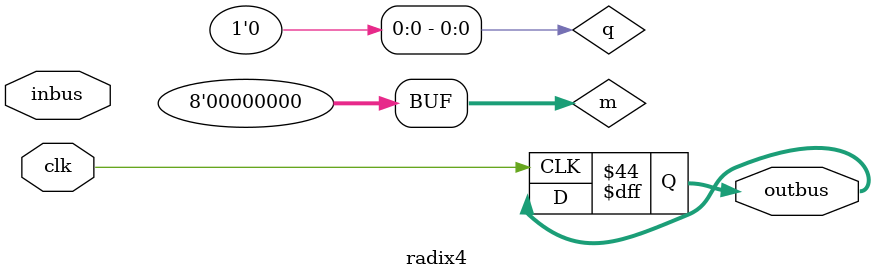
<source format=v>
`timescale 1ns / 1ps


module fac (
    input x, y, c_in,
    output z, c_out
);
    assign z = x ^ y ^ c_in;
    assign c_out = (x & y) | (x & c_in) | (y & c_in);
endmodule

module smtoc2 (
    input [7:0] x, y,
    output reg [7:0] x_c2, y_c2
);
    wire [7:0] x_c1, y_c1;
    wire x_sign, y_sign;
    
    assign x_sign = x[7];
    assign y_sign = y[7];
    assign x_c1 = ~x;
    assign y_c1 = ~y;

    always @(*) begin
        if (x_sign)
            x_c2 = x_c1 + 1;
        else
            x_c2 = x;
        
        if (y_sign)
            y_c2 = y_c1 + 1;
        else
            y_c2 = y;
    end
endmodule

module c2tosm (
    input [7:0] x, y, z,
    output reg [7:0] sm
);
    always @(*) begin
        if (z[7] == 1 || ((x[7] != y[7]) && z[7] == 0)) begin
            sm = ~z + 1;
            sm[7] = 1;
        end else begin
            sm = z;
        end
    end
endmodule

module rca8 (
    input [7:0] x, y,
    input c_in,
    output [7:0] z,
    output c_out, ovr
);
    wire [8:0] c;
    wire [7:0] z_sm;
    wire [7:0] x_c2, y_c2, z_c2;
    
    smtoc2 smtoc2_inst (.x(x), .y(y), .x_c2(x_c2), .y_c2(y_c2));
    assign c[0] = c_in;
    
    generate
        genvar i;
        for (i = 0; i < 8; i = i + 1) begin : fac_generate
            fac fac_inst (.x(x_c2[i]), .y(y_c2[i]), .c_in(c[i]), .z(z_c2[i]), .c_out(c[i+1]));
        end
    endgenerate
    
    assign c_out = c[7];
    assign ovr = (x_c2[7] == y_c2[7]) && (z_c2[7] != x_c2[7]);
    
    c2tosm c2tosm_inst (.x(x), .y(y), .z(z_c2), .sm(z_sm));
    assign z = z_sm;
endmodule

// Subtractor (FSC)

module fsc(
  input [7:0] x, y,
  input bin,
  output [7:0] b,
  output bout
);
  wire [7:0] borrow;
  genvar i;
  generate
    for (i = 0; i < 8; i = i + 1) begin : scazator
      if (i == 0) begin
        assign b[i] = x[i] ^ y[i] ^ bin;
        assign borrow[i] = (~x[i] & y[i]) | ((~x[i] | y[i]) & bin);
      end else begin
        assign b[i] = x[i] ^ y[i] ^ borrow[i-1];
        assign borrow[i] = (~x[i] & y[i]) | ((~x[i] | y[i]) & borrow[i-1]);
      end
    end
  endgenerate
  assign bout = borrow[7];
endmodule

// Divider (Restoring Division)

module define_sign(
input signed [7:0] inbus1,inbus2,
output sign1,sign2,
output [7:0] abs1,abs2
);
assign sign1 = inbus1[7];
assign sign2 = inbus2[7];
assign abs1 = sign1 ? (~inbus1 + 1'b1) : inbus1;
assign abs2 = sign2 ? (~inbus2 + 1'b1) : inbus2;
endmodule

module parallel_adder(
    input [7:0] A,
    input [7:0] B,
    input cin,
    output cout,
    output [7:0] Sum
);
    wire [8:0] carry;
    assign carry[0] = cin;

    fac fac_0 (.x(A[0]), .y(B[0]), .c_in(carry[0]), .z(Sum[0]), .c_out(carry[1]));
    fac fac_1 (.x(A[1]), .y(B[1]), .c_in(carry[1]), .z(Sum[1]), .c_out(carry[2]));
    fac fac_2 (.x(A[2]), .y(B[2]), .c_in(carry[2]), .z(Sum[2]), .c_out(carry[3]));
    fac fac_3 (.x(A[3]), .y(B[3]), .c_in(carry[3]), .z(Sum[3]), .c_out(carry[4]));
    fac fac_4 (.x(A[4]), .y(B[4]), .c_in(carry[4]), .z(Sum[4]), .c_out(carry[5]));
    fac fac_5 (.x(A[5]), .y(B[5]), .c_in(carry[5]), .z(Sum[5]), .c_out(carry[6]));
    fac fac_6 (.x(A[6]), .y(B[6]), .c_in(carry[6]), .z(Sum[6]), .c_out(carry[7]));
    fac fac_7 (.x(A[7]), .y(B[7]), .c_in(carry[7]), .z(Sum[7]), .c_out(carry[8]));
endmodule

module restoring_div(
  input clk, rst, start,
  input [7:0] inbus1, inbus2,
  output [7:0] cat, rest,
  output done
);
  reg busy, busy_d;
  reg [3:0] count;
  reg [7:0] inbus1_reg, inbus2_reg, a, q, shift_a, shift_q;
  wire [7:0] sum;
  wire restore_a;
  wire finish;
  wire q_lsb;

  assign restore_a = sum[7];
  assign q_lsb = !restore_a;
  assign finish = (count == 4'h7);
  assign cat = q;
  assign rest = a;
  assign done = (!busy) && (busy_d);
  
  reg [7:0] complement_reg;
  always @(posedge clk or negedge rst) begin
    if (!rst)
      complement_reg <= 8'h0;
    else if (start)
      complement_reg <= ~inbus2 + 8'b1;
  end
  
  parallel_adder u_parallel_adder(
    .A(shift_a),
    .B(complement_reg),
    .cin(1'b0),
    .Sum(sum),
    .cout()
  );

  always @(posedge clk or negedge rst) begin
    if (!rst)
      busy <= 1'b0;
    else if (start)
      busy <= 1'b1;
    else if (finish)
      busy <= 1'b0;
  end

  always @(posedge clk or negedge rst) begin
    if (!rst)
      busy_d <= 1'b0;
    else
      busy_d <= busy;
  end

  always @(posedge clk or negedge rst) begin
    if (!rst) begin
      inbus1_reg <= 8'h0;
      inbus2_reg <= 8'h0;
    end else if (start) begin
      inbus1_reg <= inbus1;
      inbus2_reg <= inbus2;
    end
  end

  always @(posedge clk or negedge rst) begin
    if (!rst)
      count <= 4'h7;
    else if (start)
      count <= 4'h0;
    else if (busy)
      count <= count + 4'h1;
  end

  always @(*) begin
    if (busy)
      {shift_a, shift_q} <= {a, q} << 1;
    else
      {shift_a, shift_q} <= {8'h0, 8'h0};
  end

  always @(posedge clk or negedge rst) begin
    if (!rst)
      {a, q} <= {8'h0, 8'h0};
    else if (start)
      {a, q} <= {8'h0, inbus1};
    else if (busy) begin
      if (restore_a)
        {a, q} <= {shift_a, q[6:0], q_lsb};
      else
        {a, q} <= {sum, q[6:0], q_lsb};
    end
  end
endmodule

// Multiplicator (Radix4)
module radix4 (
    input [7:0] inbus,    // Intrare pentru multiplicator
    input clk,             // Semnal de ceas
    output reg [15:0] outbus  // Ieșire pentru produs (16 biți)
);
    // Definirea registrelor interne
    reg [8:0] a;          // A (9 biți)
    reg [7:0] m;          // M (multiplicatorul, 8 biți)
    reg [7:0] q;          // Q (operandul, 8 biți)
    reg q_neg;            // q[-1] (bitul de semn anterior)
    reg [1:0] count;      // Contor pentru numărul de iterații

    // Inițializare
    initial begin
        a = 9'b0;         // A este setat la 0
        count = 2'b00;    // Setăm contorul la 0
        q_neg = 0;        // Setăm q[-1] la 0
        m = 8'b0;         // Setăm M la 0
        q = 8'b0;         // Setăm Q la 0
        outbus = 16'b0;   // Ieșirea este setată la 0
    end

    // Cicluri de procesare pe fiecare ceas
    always @(posedge clk) begin
        if (count == 4) begin
            // Ieșirea finală după 4 iterații
            outbus = {a[8:0], q};  // Concatenăm A și Q pentru ieșirea finală
        end else begin
            // Operații pe baza valorii lui q[1:0] și q_neg
            case ({q[1:0], q_neg})
                3'b001: begin
                    a = a + m;    // A = A + M
                end
                3'b010: begin
                    a = a + m;    // A = A + M
                end
                3'b011: begin
                    a = a + (m << 1);  // A = A + 2M
                end
                3'b100: begin
                    a = a - (m << 1);  // A = A - 2M
                end
                3'b101: begin
                    a = a - m;    // A = A - M
                end
                3'b110: begin
                    a = a - m;    // A = A - M
                end
                3'b111: begin
                    a = a + m;    // A = A + M
                end
                default: begin
                    // Nu se face nimic
                end
            endcase

            // RSHIFT: deplasare (shift) pentru A și Q
            {a[8], q[7:1]} = {a[8], q[7:1], a[8]};  // A[6:0], Q[7:1] = A[8:0], Q[7:1]
            q_neg = q[0];  // Setăm q[-1] la valoarea lui q[0]

            // Incrementăm contorul
            count = count + 1;
        end
    end
endmodule

</source>
